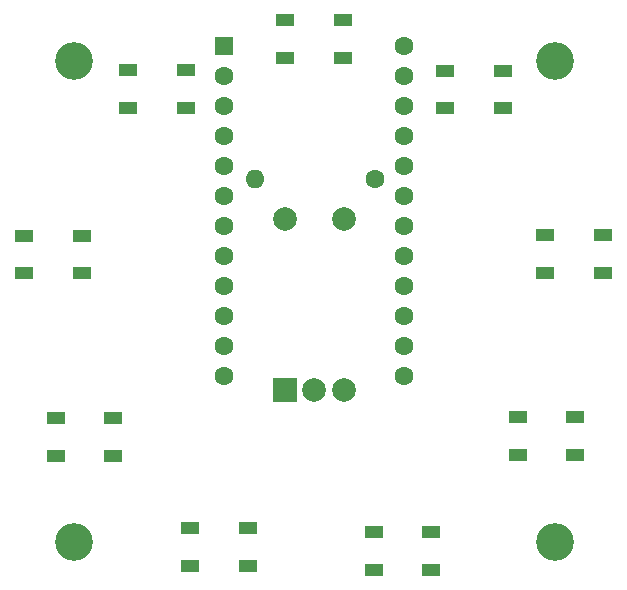
<source format=gbr>
%TF.GenerationSoftware,KiCad,Pcbnew,(5.1.10)-1*%
%TF.CreationDate,2021-12-21T20:41:07+01:00*%
%TF.ProjectId,VolumeKnob,566f6c75-6d65-44b6-9e6f-622e6b696361,rev?*%
%TF.SameCoordinates,Original*%
%TF.FileFunction,Soldermask,Top*%
%TF.FilePolarity,Negative*%
%FSLAX46Y46*%
G04 Gerber Fmt 4.6, Leading zero omitted, Abs format (unit mm)*
G04 Created by KiCad (PCBNEW (5.1.10)-1) date 2021-12-21 20:41:07*
%MOMM*%
%LPD*%
G01*
G04 APERTURE LIST*
%ADD10R,1.600000X1.600000*%
%ADD11C,1.600000*%
%ADD12R,1.500000X1.000000*%
%ADD13C,3.200000*%
%ADD14R,2.000000X2.000000*%
%ADD15C,2.000000*%
%ADD16O,1.600000X1.600000*%
G04 APERTURE END LIST*
D10*
%TO.C,U1*%
X91260000Y-72550000D03*
D11*
X91260000Y-75090000D03*
X91260000Y-77630000D03*
X91260000Y-80170000D03*
X91260000Y-82710000D03*
X91260000Y-85250000D03*
X91260000Y-87790000D03*
X91260000Y-90330000D03*
X91260000Y-92870000D03*
X91260000Y-95410000D03*
X91260000Y-97950000D03*
X91260000Y-100490000D03*
X106500000Y-100490000D03*
X106500000Y-97950000D03*
X106500000Y-95410000D03*
X106500000Y-92870000D03*
X106500000Y-90330000D03*
X106500000Y-87790000D03*
X106500000Y-85250000D03*
X106500000Y-82710000D03*
X106500000Y-80170000D03*
X106500000Y-77630000D03*
X106500000Y-75090000D03*
X106500000Y-72550000D03*
%TD*%
D12*
%TO.C,D17*%
X83140000Y-74620000D03*
X83140000Y-77820000D03*
X88040000Y-74620000D03*
X88040000Y-77820000D03*
%TD*%
%TO.C,D16*%
X74340000Y-88630000D03*
X74340000Y-91830000D03*
X79240000Y-88630000D03*
X79240000Y-91830000D03*
%TD*%
%TO.C,D15*%
X77030000Y-104060000D03*
X77030000Y-107260000D03*
X81930000Y-104060000D03*
X81930000Y-107260000D03*
%TD*%
%TO.C,D14*%
X88430000Y-113390000D03*
X88430000Y-116590000D03*
X93330000Y-113390000D03*
X93330000Y-116590000D03*
%TD*%
%TO.C,D13*%
X103950000Y-113750000D03*
X103950000Y-116950000D03*
X108850000Y-113750000D03*
X108850000Y-116950000D03*
%TD*%
%TO.C,D12*%
X116150000Y-103970000D03*
X116150000Y-107170000D03*
X121050000Y-103970000D03*
X121050000Y-107170000D03*
%TD*%
%TO.C,D11*%
X118490000Y-88620000D03*
X118490000Y-91820000D03*
X123390000Y-88620000D03*
X123390000Y-91820000D03*
%TD*%
%TO.C,D10*%
X110040000Y-74660000D03*
X110040000Y-77860000D03*
X114940000Y-74660000D03*
X114940000Y-77860000D03*
%TD*%
%TO.C,D9*%
X96470000Y-70370000D03*
X96470000Y-73570000D03*
X101370000Y-70370000D03*
X101370000Y-73570000D03*
%TD*%
D13*
%TO.C,REF\u002A\u002A*%
X78560000Y-114570000D03*
%TD*%
%TO.C,REF\u002A\u002A*%
X78560000Y-73830000D03*
%TD*%
%TO.C,REF\u002A\u002A*%
X119280000Y-73830000D03*
%TD*%
%TO.C,REF\u002A\u002A*%
X119280000Y-114540000D03*
%TD*%
D14*
%TO.C,SW1*%
X96430000Y-101730000D03*
D15*
X98930000Y-101730000D03*
X101430000Y-101730000D03*
X96430000Y-87230000D03*
X101430000Y-87230000D03*
%TD*%
D16*
%TO.C,R1*%
X93880000Y-83830000D03*
D11*
X104040000Y-83830000D03*
%TD*%
M02*

</source>
